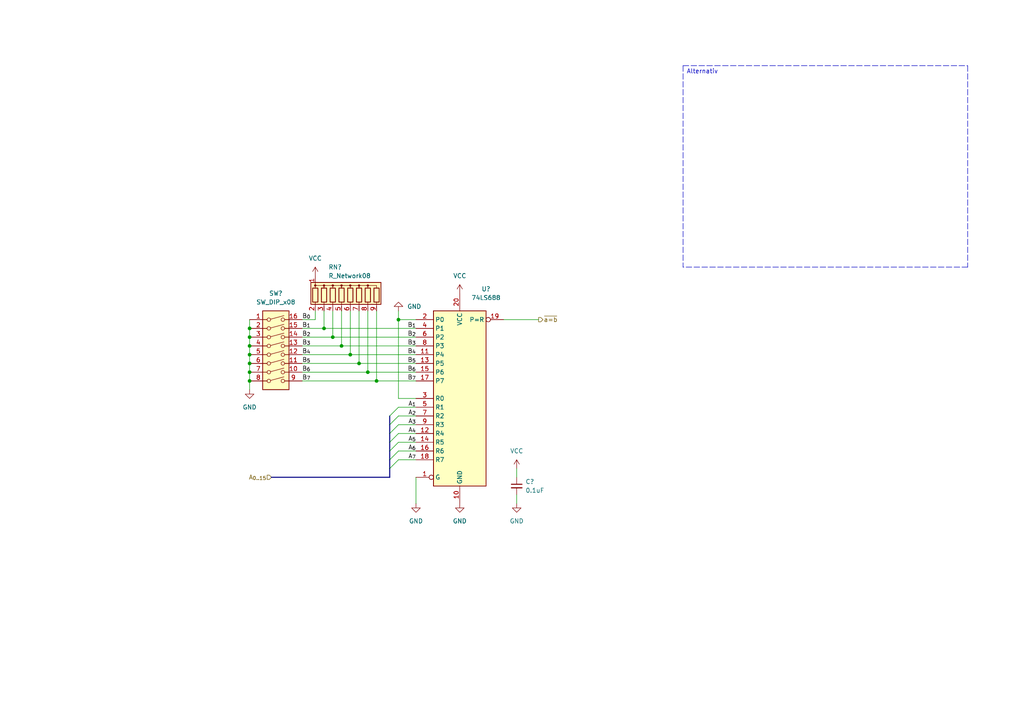
<source format=kicad_sch>
(kicad_sch (version 20211123) (generator eeschema)
  (paper "A4")
  (lib_symbols
    (symbol "74xx:74LS688"
      (property "Reference" "U" (at -7.62 26.67 0))
      (property "Value" "74LS688" (at -7.62 -26.67 0))
      (symbol "74LS688_1_0"
        (pin input inverted (at -12.7 -22.86 0) (length 5.08) (name "G") (number "1"))
        (pin power_in line (at 0 -30.48 90) (length 5.08) (name "GND") (number "10"))
        (pin input line (at -12.7 12.7 0) (length 5.08) (name "P4") (number "11"))
        (pin input line (at -12.7 -10.16 0) (length 5.08) (name "R4") (number "12"))
        (pin input line (at -12.7 10.16 0) (length 5.08) (name "P5") (number "13"))
        (pin input line (at -12.7 -12.7 0) (length 5.08) (name "R5") (number "14"))
        (pin input line (at -12.7 7.62 0) (length 5.08) (name "P6") (number "15"))
        (pin input line (at -12.7 -15.24 0) (length 5.08) (name "R6") (number "16"))
        (pin input line (at -12.7 5.08 0) (length 5.08) (name "P7") (number "17"))
        (pin input line (at -12.7 -17.78 0) (length 5.08) (name "R7") (number "18"))
        (pin output inverted (at 12.7 22.86 180) (length 5.08) (name "P=R") (number "19"))
        (pin input line (at -12.7 22.86 0) (length 5.08) (name "P0") (number "2"))
        (pin power_in line (at 0 30.48 270) (length 5.08) (name "VCC") (number "20"))
        (pin input line (at -12.7 0 0) (length 5.08) (name "R0") (number "3"))
        (pin input line (at -12.7 20.32 0) (length 5.08) (name "P1") (number "4"))
        (pin input line (at -12.7 -2.54 0) (length 5.08) (name "R1") (number "5"))
        (pin input line (at -12.7 17.78 0) (length 5.08) (name "P2") (number "6"))
        (pin input line (at -12.7 -5.08 0) (length 5.08) (name "R2") (number "7"))
        (pin input line (at -12.7 15.24 0) (length 5.08) (name "P3") (number "8"))
        (pin input line (at -12.7 -7.62 0) (length 5.08) (name "R3") (number "9"))
      )
      (symbol "74LS688_1_1"
        (rectangle (start -7.62 25.4) (end 7.62 -25.4) (stroke (width 0.254)) (fill (type background)))
      )
    )
    (symbol "Device:C_Small" (pin_numbers hide) (pin_names (offset 0.254) hide)
      (property "Reference" "C" (at 0.254 1.778 0))
      (property "Value" "C_Small" (at 0.254 -2.032 0))
      (symbol "C_Small_0_1"
        (polyline (pts (xy -1.524 -0.508) (xy 1.524 -0.508)) (stroke (width 0.3302)))
        (polyline (pts (xy -1.524 0.508) (xy 1.524 0.508)) (stroke (width 0.3048)))
      )
      (symbol "C_Small_1_1"
        (pin passive line (at 0 2.54 270) (length 2.032) (name "~") (number "1"))
        (pin passive line (at 0 -2.54 90) (length 2.032) (name "~") (number "2"))
      )
    )
    (symbol "Device:R_Network08" (pin_names (offset 0) hide)
      (property "Reference" "RN" (at -12.7 0 90))
      (property "Value" "R_Network08" (at 10.16 0 90))
      (symbol "R_Network08_0_1"
        (rectangle (start -11.43 -3.175) (end 8.89 3.175) (stroke (width 0.254)) (fill (type background)))
        (rectangle (start -10.922 1.524) (end -9.398 -2.54) (stroke (width 0.254)))
        (circle (center -10.16 2.286) (radius 0.254) (fill (type outline)))
        (rectangle (start -8.382 1.524) (end -6.858 -2.54) (stroke (width 0.254)))
        (circle (center -7.62 2.286) (radius 0.254) (fill (type outline)))
        (rectangle (start -5.842 1.524) (end -4.318 -2.54) (stroke (width 0.254)))
        (circle (center -5.08 2.286) (radius 0.254) (fill (type outline)))
        (rectangle (start -3.302 1.524) (end -1.778 -2.54) (stroke (width 0.254)))
        (circle (center -2.54 2.286) (radius 0.254) (fill (type outline)))
        (rectangle (start -0.762 1.524) (end 0.762 -2.54) (stroke (width 0.254)))
        (polyline (pts (xy -10.16 -2.54) (xy -10.16 -3.81)))
        (polyline (pts (xy -7.62 -2.54) (xy -7.62 -3.81)))
        (polyline (pts (xy -5.08 -2.54) (xy -5.08 -3.81)))
        (polyline (pts (xy -2.54 -2.54) (xy -2.54 -3.81)))
        (polyline (pts (xy 0 -2.54) (xy 0 -3.81)))
        (polyline (pts (xy 2.54 -2.54) (xy 2.54 -3.81)))
        (polyline (pts (xy 5.08 -2.54) (xy 5.08 -3.81)))
        (polyline (pts (xy 7.62 -2.54) (xy 7.62 -3.81)))
        (polyline (pts (xy -10.16 1.524) (xy -10.16 2.286) (xy -7.62 2.286) (xy -7.62 1.524)))
        (polyline (pts (xy -7.62 1.524) (xy -7.62 2.286) (xy -5.08 2.286) (xy -5.08 1.524)))
        (polyline (pts (xy -5.08 1.524) (xy -5.08 2.286) (xy -2.54 2.286) (xy -2.54 1.524)))
        (polyline (pts (xy -2.54 1.524) (xy -2.54 2.286) (xy 0 2.286) (xy 0 1.524)))
        (polyline (pts (xy 0 1.524) (xy 0 2.286) (xy 2.54 2.286) (xy 2.54 1.524)))
        (polyline (pts (xy 2.54 1.524) (xy 2.54 2.286) (xy 5.08 2.286) (xy 5.08 1.524)))
        (polyline (pts (xy 5.08 1.524) (xy 5.08 2.286) (xy 7.62 2.286) (xy 7.62 1.524)))
        (circle (center 0 2.286) (radius 0.254) (fill (type outline)))
        (rectangle (start 1.778 1.524) (end 3.302 -2.54) (stroke (width 0.254)))
        (circle (center 2.54 2.286) (radius 0.254) (fill (type outline)))
        (rectangle (start 4.318 1.524) (end 5.842 -2.54) (stroke (width 0.254)))
        (circle (center 5.08 2.286) (radius 0.254) (fill (type outline)))
        (rectangle (start 6.858 1.524) (end 8.382 -2.54) (stroke (width 0.254)))
      )
      (symbol "R_Network08_1_1"
        (pin passive line (at -10.16 5.08 270) (length 2.54) (name "common") (number "1"))
        (pin passive line (at -10.16 -5.08 90) (length 1.27) (name "R1") (number "2"))
        (pin passive line (at -7.62 -5.08 90) (length 1.27) (name "R2") (number "3"))
        (pin passive line (at -5.08 -5.08 90) (length 1.27) (name "R3") (number "4"))
        (pin passive line (at -2.54 -5.08 90) (length 1.27) (name "R4") (number "5"))
        (pin passive line (at 0 -5.08 90) (length 1.27) (name "R5") (number "6"))
        (pin passive line (at 2.54 -5.08 90) (length 1.27) (name "R6") (number "7"))
        (pin passive line (at 5.08 -5.08 90) (length 1.27) (name "R7") (number "8"))
        (pin passive line (at 7.62 -5.08 90) (length 1.27) (name "R8") (number "9"))
      )
    )
    (symbol "Switch:SW_DIP_x08" (pin_names (offset 0) hide)
      (property "Reference" "SW" (at 0 13.97 0))
      (property "Value" "SW_DIP_x08" (at 0 -11.43 0))
      (symbol "SW_DIP_x08_0_0"
        (circle (center -2.032 -7.62) (radius 0.508))
        (circle (center -2.032 -5.08) (radius 0.508))
        (circle (center -2.032 -2.54) (radius 0.508))
        (circle (center -2.032 0) (radius 0.508))
        (circle (center -2.032 2.54) (radius 0.508))
        (circle (center -2.032 5.08) (radius 0.508))
        (circle (center -2.032 7.62) (radius 0.508))
        (circle (center -2.032 10.16) (radius 0.508))
        (polyline (pts (xy -1.524 -7.4676) (xy 2.3622 -6.4262)))
        (polyline (pts (xy -1.524 -4.9276) (xy 2.3622 -3.8862)))
        (polyline (pts (xy -1.524 -2.3876) (xy 2.3622 -1.3462)))
        (polyline (pts (xy -1.524 0.127) (xy 2.3622 1.1684)))
        (polyline (pts (xy -1.524 2.667) (xy 2.3622 3.7084)))
        (polyline (pts (xy -1.524 5.207) (xy 2.3622 6.2484)))
        (polyline (pts (xy -1.524 7.747) (xy 2.3622 8.7884)))
        (polyline (pts (xy -1.524 10.287) (xy 2.3622 11.3284)))
        (circle (center 2.032 -7.62) (radius 0.508))
        (circle (center 2.032 -5.08) (radius 0.508))
        (circle (center 2.032 -2.54) (radius 0.508))
        (circle (center 2.032 0) (radius 0.508))
        (circle (center 2.032 2.54) (radius 0.508))
        (circle (center 2.032 5.08) (radius 0.508))
        (circle (center 2.032 7.62) (radius 0.508))
        (circle (center 2.032 10.16) (radius 0.508))
      )
      (symbol "SW_DIP_x08_0_1"
        (rectangle (start -3.81 12.7) (end 3.81 -10.16) (stroke (width 0.254)) (fill (type background)))
      )
      (symbol "SW_DIP_x08_1_1"
        (pin passive line (at -7.62 10.16 0) (length 5.08) (name "~") (number "1"))
        (pin passive line (at 7.62 -5.08 180) (length 5.08) (name "~") (number "10"))
        (pin passive line (at 7.62 -2.54 180) (length 5.08) (name "~") (number "11"))
        (pin passive line (at 7.62 0 180) (length 5.08) (name "~") (number "12"))
        (pin passive line (at 7.62 2.54 180) (length 5.08) (name "~") (number "13"))
        (pin passive line (at 7.62 5.08 180) (length 5.08) (name "~") (number "14"))
        (pin passive line (at 7.62 7.62 180) (length 5.08) (name "~") (number "15"))
        (pin passive line (at 7.62 10.16 180) (length 5.08) (name "~") (number "16"))
        (pin passive line (at -7.62 7.62 0) (length 5.08) (name "~") (number "2"))
        (pin passive line (at -7.62 5.08 0) (length 5.08) (name "~") (number "3"))
        (pin passive line (at -7.62 2.54 0) (length 5.08) (name "~") (number "4"))
        (pin passive line (at -7.62 0 0) (length 5.08) (name "~") (number "5"))
        (pin passive line (at -7.62 -2.54 0) (length 5.08) (name "~") (number "6"))
        (pin passive line (at -7.62 -5.08 0) (length 5.08) (name "~") (number "7"))
        (pin passive line (at -7.62 -7.62 0) (length 5.08) (name "~") (number "8"))
        (pin passive line (at 7.62 -7.62 180) (length 5.08) (name "~") (number "9"))
      )
    )
    (symbol "power:GND" (power) (pin_names (offset 0))
      (property "Value" "GND" (at 0 -3.81 0))
      (symbol "GND_0_1"
        (polyline (pts (xy 0 0) (xy 0 -1.27) (xy 1.27 -1.27) (xy 0 -2.54) (xy -1.27 -1.27) (xy 0 -1.27)))
      )
      (symbol "GND_1_1"
        (pin power_in line (at 0 0 270) (length 0) hide (name "GND") (number "1"))
      )
    )
    (symbol "power:VCC" (power) (pin_names (offset 0))
      (property "Value" "VCC" (at 0 3.81 0))
      (symbol "VCC_0_1"
        (polyline (pts (xy -0.762 1.27) (xy 0 2.54)))
        (polyline (pts (xy 0 0) (xy 0 2.54)))
        (polyline (pts (xy 0 2.54) (xy 0.762 1.27)))
      )
      (symbol "VCC_1_1"
        (pin power_in line (at 0 0 90) (length 0) hide (name "VCC") (number "1"))
      )
    )
  )
  (junction (at 101.6 102.87))
  (junction (at 72.39 97.79))
  (junction (at 72.39 107.95))
  (junction (at 109.22 110.49))
  (junction (at 72.39 100.33))
  (junction (at 99.06 100.33))
  (junction (at 96.52 97.79))
  (junction (at 115.57 92.71))
  (junction (at 72.39 105.41))
  (junction (at 72.39 110.49))
  (junction (at 72.39 95.25))
  (junction (at 72.39 102.87))
  (junction (at 106.68 107.95))
  (junction (at 104.14 105.41))
  (junction (at 93.98 95.25))
  (bus_entry (at 113.03 125.73) (size 2.54 -2.54))
  (bus_entry (at 113.03 130.81) (size 2.54 -2.54))
  (bus_entry (at 113.03 133.35) (size 2.54 -2.54))
  (bus_entry (at 113.03 120.65) (size 2.54 -2.54))
  (bus_entry (at 113.03 123.19) (size 2.54 -2.54))
  (bus_entry (at 113.03 135.89) (size 2.54 -2.54))
  (bus_entry (at 113.03 128.27) (size 2.54 -2.54))
  (wire (pts (xy 96.52 97.79) (xy 120.65 97.79)))
  (wire (pts (xy 115.57 125.73) (xy 120.65 125.73)))
  (wire (pts (xy 120.65 138.43) (xy 120.65 146.05)))
  (bus (pts (xy 78.74 138.43) (xy 113.03 138.43)))
  (bus (pts (xy 113.03 125.73) (xy 113.03 123.19)))
  (wire (pts (xy 87.63 110.49) (xy 109.22 110.49)))
  (wire (pts (xy 72.39 102.87) (xy 72.39 105.41)))
  (wire (pts (xy 115.57 130.81) (xy 120.65 130.81)))
  (polyline (pts (xy 280.67 77.47) (xy 198.12 77.47)))
  (bus (pts (xy 113.03 123.19) (xy 113.03 120.65)))
  (polyline (pts (xy 280.67 19.05) (xy 280.67 77.47)))
  (wire (pts (xy 106.68 107.95) (xy 120.65 107.95)))
  (wire (pts (xy 93.98 95.25) (xy 120.65 95.25)))
  (wire (pts (xy 72.39 95.25) (xy 72.39 97.79)))
  (wire (pts (xy 109.22 90.17) (xy 109.22 110.49)))
  (wire (pts (xy 87.63 92.71) (xy 91.44 92.71)))
  (wire (pts (xy 149.86 135.89) (xy 149.86 138.43)))
  (bus (pts (xy 113.03 133.35) (xy 113.03 130.81)))
  (wire (pts (xy 87.63 107.95) (xy 106.68 107.95)))
  (wire (pts (xy 104.14 90.17) (xy 104.14 105.41)))
  (wire (pts (xy 115.57 92.71) (xy 115.57 115.57)))
  (wire (pts (xy 115.57 128.27) (xy 120.65 128.27)))
  (bus (pts (xy 113.03 135.89) (xy 113.03 138.43)))
  (wire (pts (xy 115.57 118.11) (xy 120.65 118.11)))
  (wire (pts (xy 93.98 90.17) (xy 93.98 95.25)))
  (wire (pts (xy 87.63 100.33) (xy 99.06 100.33)))
  (wire (pts (xy 115.57 123.19) (xy 120.65 123.19)))
  (wire (pts (xy 115.57 120.65) (xy 120.65 120.65)))
  (wire (pts (xy 72.39 92.71) (xy 72.39 95.25)))
  (bus (pts (xy 113.03 133.35) (xy 113.03 135.89)))
  (wire (pts (xy 72.39 105.41) (xy 72.39 107.95)))
  (wire (pts (xy 115.57 90.17) (xy 115.57 92.71)))
  (wire (pts (xy 87.63 105.41) (xy 104.14 105.41)))
  (bus (pts (xy 113.03 128.27) (xy 113.03 125.73)))
  (wire (pts (xy 115.57 115.57) (xy 120.65 115.57)))
  (polyline (pts (xy 198.12 19.05) (xy 280.67 19.05)))
  (wire (pts (xy 101.6 102.87) (xy 120.65 102.87)))
  (wire (pts (xy 96.52 90.17) (xy 96.52 97.79)))
  (wire (pts (xy 106.68 90.17) (xy 106.68 107.95)))
  (wire (pts (xy 101.6 90.17) (xy 101.6 102.87)))
  (wire (pts (xy 115.57 133.35) (xy 120.65 133.35)))
  (wire (pts (xy 72.39 107.95) (xy 72.39 110.49)))
  (wire (pts (xy 104.14 105.41) (xy 120.65 105.41)))
  (wire (pts (xy 87.63 95.25) (xy 93.98 95.25)))
  (wire (pts (xy 99.06 100.33) (xy 120.65 100.33)))
  (polyline (pts (xy 198.12 19.05) (xy 198.12 77.47)))
  (wire (pts (xy 115.57 92.71) (xy 120.65 92.71)))
  (wire (pts (xy 72.39 100.33) (xy 72.39 102.87)))
  (wire (pts (xy 91.44 90.17) (xy 91.44 92.71)))
  (wire (pts (xy 87.63 102.87) (xy 101.6 102.87)))
  (wire (pts (xy 99.06 90.17) (xy 99.06 100.33)))
  (wire (pts (xy 72.39 97.79) (xy 72.39 100.33)))
  (wire (pts (xy 149.86 143.51) (xy 149.86 146.05)))
  (wire (pts (xy 87.63 97.79) (xy 96.52 97.79)))
  (wire (pts (xy 72.39 110.49) (xy 72.39 113.03)))
  (wire (pts (xy 146.05 92.71) (xy 156.21 92.71)))
  (bus (pts (xy 113.03 130.81) (xy 113.03 128.27)))
  (wire (pts (xy 109.22 110.49) (xy 120.65 110.49)))
  (text "Alternativ" (at 208.28 21.59 180) (effects (font (size 1.27 1.27)) (justify right bottom)))
  (label "B_{3}" (at 120.65 100.33 180))
  (label "B_{5}" (at 120.65 105.41 180))
  (label "B_{2}" (at 120.65 97.79 180))
  (label "A_{4}" (at 120.65 125.73 180))
  (label "B_{2}" (at 87.63 97.79 0))
  (label "B_{6}" (at 87.63 107.95 0))
  (label "B_{0}" (at 87.63 92.71 0))
  (label "B_{4}" (at 87.63 102.87 0))
  (label "A_{5}" (at 120.65 128.27 180))
  (label "A_{7}" (at 120.65 133.35 180))
  (label "B_{7}" (at 120.65 110.49 180))
  (label "B_{5}" (at 87.63 105.41 0))
  (label "B_{6}" (at 120.65 107.95 180))
  (label "A_{2}" (at 120.65 120.65 180))
  (label "A_{3}" (at 120.65 123.19 180))
  (label "B_{1}" (at 120.65 95.25 180))
  (label "A_{1}" (at 120.65 118.11 180))
  (label "B_{3}" (at 87.63 100.33 0))
  (label "B_{1}" (at 87.63 95.25 0))
  (label "A_{6}" (at 120.65 130.81 180))
  (label "B_{4}" (at 120.65 102.87 180))
  (label "B_{7}" (at 87.63 110.49 0))
  (hierarchical_label "A_{0..15}" (shape input) (at 78.74 138.43 180))
  (hierarchical_label "~{a=b}" (shape output) (at 156.21 92.71 0))
  (symbol (lib_id "Device:C_Small") (at 149.86 140.97 0) (unit 1)
    (property "Reference" "C?" (at 152.4 139.7062 0) (effects (justify left)))
    (property "Value" "0.1uF" (at 152.4 142.2462 0) (effects (justify left)))
    (property "Footprint" "Capacitor_THT:C_Rect_L4.6mm_W2.0mm_P2.50mm_MKS02_FKP02" (effects hide))
  )
  (symbol (lib_id "power:VCC") (at 133.35 85.09 0) (unit 1)
    (property "Reference" "#PWR?" (effects hide))
    (property "Value" "VCC" (at 133.35 80.01 0))
  )
  (symbol (lib_id "power:GND") (at 133.35 146.05 0) (unit 1)
    (property "Reference" "#PWR?" (effects hide))
    (property "Value" "GND" (at 133.35 151.13 0))
  )
  (symbol (lib_id "Switch:SW_DIP_x08") (at 80.01 102.87 0) (unit 1)
    (property "Reference" "SW?" (at 80.01 85.09 0))
    (property "Value" "SW_DIP_x08" (at 80.01 87.63 0))
  )
  (symbol (lib_id "74xx:74LS688") (at 133.35 115.57 0) (unit 1)
    (property "Reference" "U?" (at 140.97 83.82 0))
    (property "Value" "74LS688" (at 140.97 86.36 0))
    (property "Datasheet" "http://www.ti.com/lit/gpn/sn74LS688" (effects hide))
  )
  (symbol (lib_id "power:VCC") (at 91.44 80.01 0) (unit 1)
    (property "Reference" "#PWR?" (effects hide))
    (property "Value" "VCC" (at 91.44 74.93 0))
  )
  (symbol (lib_id "power:GND") (at 120.65 146.05 0) (unit 1)
    (property "Reference" "#PWR?" (effects hide))
    (property "Value" "GND" (at 120.65 151.13 0))
  )
  (symbol (lib_id "power:GND") (at 149.86 146.05 0) (unit 1)
    (property "Reference" "#PWR?" (effects hide))
    (property "Value" "GND" (at 149.86 151.13 0))
  )
  (symbol (lib_id "power:GND") (at 72.39 113.03 0) (unit 1)
    (property "Reference" "#PWR?" (effects hide))
    (property "Value" "GND" (at 72.39 118.11 0))
  )
  (symbol (lib_id "power:VCC") (at 149.86 135.89 0) (unit 1)
    (property "Reference" "#PWR?" (effects hide))
    (property "Value" "VCC" (at 149.86 130.81 0))
  )
  (symbol (lib_id "power:GND") (at 115.57 90.17 180) (unit 1)
    (property "Reference" "#PWR?" (effects hide))
    (property "Value" "GND" (at 118.11 88.8999 0) (effects (justify right)))
  )
  (symbol (lib_id "Device:R_Network08") (at 101.6 85.09 0) (unit 1)
    (property "Reference" "RN?" (at 95.25 77.47 0) (effects (justify left)))
    (property "Value" "R_Network08" (at 95.25 80.01 0) (effects (justify left)))
    (property "Footprint" "Resistor_THT:R_Array_SIP9" (effects hide))
    (property "Datasheet" "http://www.vishay.com/docs/31509/csc.pdf" (effects hide))
  )
)
</source>
